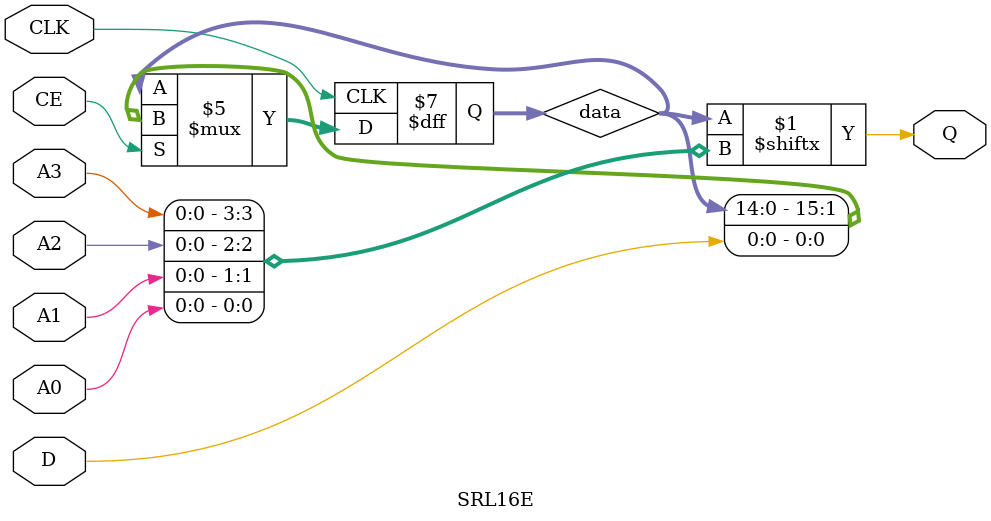
<source format=v>
`timescale 1ns / 1ns
module SRL16E(Q, A0, A1, A2, A3, CE, CLK, D);
	parameter INIT=16'h0000;
	input  A0, A1, A2, A3, CE, CLK, D;
	output Q;
	reg [15:0] data;
	assign Q=data[{A3, A2, A1, A0}];
	initial
		data=INIT;
	always @(posedge CLK)
		if (CE == 1'b1) data[15:0] <= {data[14:0], D};
endmodule
</source>
